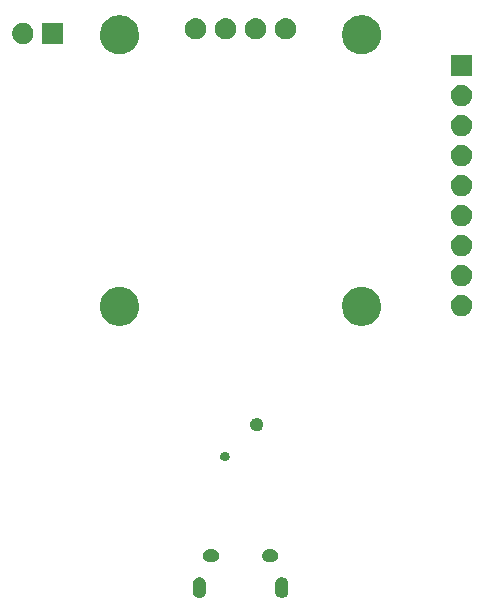
<source format=gbr>
G04 #@! TF.GenerationSoftware,KiCad,Pcbnew,(5.1.5-0-10_14)*
G04 #@! TF.CreationDate,2020-01-07T13:17:42-08:00*
G04 #@! TF.ProjectId,PARmeter,5041526d-6574-4657-922e-6b696361645f,rev?*
G04 #@! TF.SameCoordinates,Original*
G04 #@! TF.FileFunction,Soldermask,Bot*
G04 #@! TF.FilePolarity,Negative*
%FSLAX46Y46*%
G04 Gerber Fmt 4.6, Leading zero omitted, Abs format (unit mm)*
G04 Created by KiCad (PCBNEW (5.1.5-0-10_14)) date 2020-01-07 13:17:42*
%MOMM*%
%LPD*%
G04 APERTURE LIST*
%ADD10C,0.100000*%
G04 APERTURE END LIST*
D10*
G36*
X96608014Y-176531973D02*
G01*
X96711878Y-176563479D01*
X96755907Y-176587013D01*
X96807599Y-176614643D01*
X96807601Y-176614644D01*
X96807600Y-176614644D01*
X96891501Y-176683499D01*
X96960356Y-176767400D01*
X97011521Y-176863121D01*
X97043027Y-176966985D01*
X97051000Y-177047933D01*
X97051000Y-177752067D01*
X97043027Y-177833015D01*
X97011521Y-177936879D01*
X97011519Y-177936882D01*
X96960357Y-178032600D01*
X96891501Y-178116501D01*
X96807600Y-178185357D01*
X96739055Y-178221995D01*
X96711879Y-178236521D01*
X96608015Y-178268027D01*
X96500000Y-178278666D01*
X96391986Y-178268027D01*
X96288122Y-178236521D01*
X96260946Y-178221995D01*
X96192401Y-178185357D01*
X96108500Y-178116501D01*
X96039645Y-178032601D01*
X95988480Y-177936879D01*
X95956973Y-177833015D01*
X95949000Y-177752067D01*
X95949000Y-177047934D01*
X95956973Y-176966986D01*
X95988479Y-176863122D01*
X96039644Y-176767400D01*
X96108499Y-176683499D01*
X96192400Y-176614644D01*
X96192399Y-176614644D01*
X96192401Y-176614643D01*
X96244093Y-176587013D01*
X96288121Y-176563479D01*
X96391985Y-176531973D01*
X96500000Y-176521334D01*
X96608014Y-176531973D01*
G37*
G36*
X103608014Y-176531973D02*
G01*
X103711878Y-176563479D01*
X103755907Y-176587013D01*
X103807599Y-176614643D01*
X103807601Y-176614644D01*
X103807600Y-176614644D01*
X103891501Y-176683499D01*
X103960356Y-176767400D01*
X104011521Y-176863121D01*
X104043027Y-176966985D01*
X104051000Y-177047933D01*
X104051000Y-177752067D01*
X104043027Y-177833015D01*
X104011521Y-177936879D01*
X104011519Y-177936882D01*
X103960357Y-178032600D01*
X103891501Y-178116501D01*
X103807600Y-178185357D01*
X103739055Y-178221995D01*
X103711879Y-178236521D01*
X103608015Y-178268027D01*
X103500000Y-178278666D01*
X103391986Y-178268027D01*
X103288122Y-178236521D01*
X103260946Y-178221995D01*
X103192401Y-178185357D01*
X103108500Y-178116501D01*
X103039645Y-178032601D01*
X102988480Y-177936879D01*
X102956973Y-177833015D01*
X102949000Y-177752067D01*
X102949000Y-177047934D01*
X102956973Y-176966986D01*
X102988479Y-176863122D01*
X103039644Y-176767400D01*
X103108499Y-176683499D01*
X103192400Y-176614644D01*
X103192399Y-176614644D01*
X103192401Y-176614643D01*
X103244093Y-176587013D01*
X103288121Y-176563479D01*
X103391985Y-176531973D01*
X103500000Y-176521334D01*
X103608014Y-176531973D01*
G37*
G36*
X102753114Y-174181611D02*
G01*
X102852265Y-174211688D01*
X102943644Y-174260531D01*
X103023738Y-174326262D01*
X103089469Y-174406356D01*
X103138312Y-174497735D01*
X103168389Y-174596886D01*
X103178545Y-174700000D01*
X103168389Y-174803114D01*
X103138312Y-174902265D01*
X103089469Y-174993644D01*
X103023738Y-175073738D01*
X102943644Y-175139469D01*
X102852265Y-175188312D01*
X102753114Y-175218389D01*
X102675839Y-175226000D01*
X102324161Y-175226000D01*
X102246886Y-175218389D01*
X102147735Y-175188312D01*
X102056356Y-175139469D01*
X101976262Y-175073738D01*
X101910531Y-174993644D01*
X101861688Y-174902265D01*
X101831611Y-174803114D01*
X101821455Y-174700000D01*
X101831611Y-174596886D01*
X101861688Y-174497735D01*
X101910531Y-174406356D01*
X101976262Y-174326262D01*
X102056356Y-174260531D01*
X102147735Y-174211688D01*
X102246886Y-174181611D01*
X102324161Y-174174000D01*
X102675839Y-174174000D01*
X102753114Y-174181611D01*
G37*
G36*
X97753114Y-174181611D02*
G01*
X97852265Y-174211688D01*
X97943644Y-174260531D01*
X98023738Y-174326262D01*
X98089469Y-174406356D01*
X98138312Y-174497735D01*
X98168389Y-174596886D01*
X98178545Y-174700000D01*
X98168389Y-174803114D01*
X98138312Y-174902265D01*
X98089469Y-174993644D01*
X98023738Y-175073738D01*
X97943644Y-175139469D01*
X97852265Y-175188312D01*
X97753114Y-175218389D01*
X97675839Y-175226000D01*
X97324161Y-175226000D01*
X97246886Y-175218389D01*
X97147735Y-175188312D01*
X97056356Y-175139469D01*
X96976262Y-175073738D01*
X96910531Y-174993644D01*
X96861688Y-174902265D01*
X96831611Y-174803114D01*
X96821455Y-174700000D01*
X96831611Y-174596886D01*
X96861688Y-174497735D01*
X96910531Y-174406356D01*
X96976262Y-174326262D01*
X97056356Y-174260531D01*
X97147735Y-174211688D01*
X97246886Y-174181611D01*
X97324161Y-174174000D01*
X97675839Y-174174000D01*
X97753114Y-174181611D01*
G37*
G36*
X98752405Y-165903241D02*
G01*
X98791141Y-165910946D01*
X98821369Y-165923467D01*
X98864118Y-165941174D01*
X98929796Y-165985059D01*
X98985651Y-166040914D01*
X99029536Y-166106592D01*
X99059764Y-166179570D01*
X99075174Y-166257040D01*
X99075174Y-166336032D01*
X99059764Y-166413502D01*
X99029536Y-166486480D01*
X98985651Y-166552158D01*
X98929796Y-166608013D01*
X98864118Y-166651898D01*
X98821369Y-166669605D01*
X98791141Y-166682126D01*
X98752405Y-166689831D01*
X98713670Y-166697536D01*
X98634678Y-166697536D01*
X98595943Y-166689831D01*
X98557207Y-166682126D01*
X98526979Y-166669605D01*
X98484230Y-166651898D01*
X98418552Y-166608013D01*
X98362697Y-166552158D01*
X98318812Y-166486480D01*
X98288584Y-166413502D01*
X98273174Y-166336032D01*
X98273174Y-166257040D01*
X98288584Y-166179570D01*
X98318812Y-166106592D01*
X98362697Y-166040914D01*
X98418552Y-165985059D01*
X98484230Y-165941174D01*
X98526979Y-165923467D01*
X98557207Y-165910946D01*
X98595943Y-165903241D01*
X98634678Y-165895536D01*
X98713670Y-165895536D01*
X98752405Y-165903241D01*
G37*
G36*
X101521901Y-163079704D02*
G01*
X101622175Y-163121239D01*
X101622176Y-163121240D01*
X101712422Y-163181540D01*
X101789170Y-163258288D01*
X101789171Y-163258290D01*
X101849471Y-163348535D01*
X101891006Y-163448809D01*
X101912180Y-163555260D01*
X101912180Y-163663800D01*
X101891006Y-163770251D01*
X101849471Y-163870525D01*
X101849470Y-163870526D01*
X101789170Y-163960772D01*
X101712422Y-164037520D01*
X101666992Y-164067875D01*
X101622175Y-164097821D01*
X101521901Y-164139356D01*
X101415450Y-164160530D01*
X101306910Y-164160530D01*
X101200459Y-164139356D01*
X101100185Y-164097821D01*
X101055368Y-164067875D01*
X101009938Y-164037520D01*
X100933190Y-163960772D01*
X100872890Y-163870526D01*
X100872889Y-163870525D01*
X100831354Y-163770251D01*
X100810180Y-163663800D01*
X100810180Y-163555260D01*
X100831354Y-163448809D01*
X100872889Y-163348535D01*
X100933189Y-163258290D01*
X100933190Y-163258288D01*
X101009938Y-163181540D01*
X101100184Y-163121240D01*
X101100185Y-163121239D01*
X101200459Y-163079704D01*
X101306910Y-163058530D01*
X101415450Y-163058530D01*
X101521901Y-163079704D01*
G37*
G36*
X110625256Y-151991298D02*
G01*
X110731579Y-152012447D01*
X111032042Y-152136903D01*
X111302451Y-152317585D01*
X111532415Y-152547549D01*
X111713097Y-152817958D01*
X111827114Y-153093218D01*
X111837553Y-153118422D01*
X111901000Y-153437389D01*
X111901000Y-153762611D01*
X111864366Y-153946782D01*
X111837553Y-154081579D01*
X111713097Y-154382042D01*
X111532415Y-154652451D01*
X111302451Y-154882415D01*
X111032042Y-155063097D01*
X110731579Y-155187553D01*
X110625256Y-155208702D01*
X110412611Y-155251000D01*
X110087389Y-155251000D01*
X109874744Y-155208702D01*
X109768421Y-155187553D01*
X109467958Y-155063097D01*
X109197549Y-154882415D01*
X108967585Y-154652451D01*
X108786903Y-154382042D01*
X108662447Y-154081579D01*
X108635634Y-153946782D01*
X108599000Y-153762611D01*
X108599000Y-153437389D01*
X108662447Y-153118422D01*
X108672887Y-153093218D01*
X108786903Y-152817958D01*
X108967585Y-152547549D01*
X109197549Y-152317585D01*
X109467958Y-152136903D01*
X109768421Y-152012447D01*
X109874744Y-151991298D01*
X110087389Y-151949000D01*
X110412611Y-151949000D01*
X110625256Y-151991298D01*
G37*
G36*
X90125256Y-151991298D02*
G01*
X90231579Y-152012447D01*
X90532042Y-152136903D01*
X90802451Y-152317585D01*
X91032415Y-152547549D01*
X91213097Y-152817958D01*
X91327114Y-153093218D01*
X91337553Y-153118422D01*
X91401000Y-153437389D01*
X91401000Y-153762611D01*
X91364366Y-153946782D01*
X91337553Y-154081579D01*
X91213097Y-154382042D01*
X91032415Y-154652451D01*
X90802451Y-154882415D01*
X90532042Y-155063097D01*
X90231579Y-155187553D01*
X90125256Y-155208702D01*
X89912611Y-155251000D01*
X89587389Y-155251000D01*
X89374744Y-155208702D01*
X89268421Y-155187553D01*
X88967958Y-155063097D01*
X88697549Y-154882415D01*
X88467585Y-154652451D01*
X88286903Y-154382042D01*
X88162447Y-154081579D01*
X88135634Y-153946782D01*
X88099000Y-153762611D01*
X88099000Y-153437389D01*
X88162447Y-153118422D01*
X88172887Y-153093218D01*
X88286903Y-152817958D01*
X88467585Y-152547549D01*
X88697549Y-152317585D01*
X88967958Y-152136903D01*
X89268421Y-152012447D01*
X89374744Y-151991298D01*
X89587389Y-151949000D01*
X89912611Y-151949000D01*
X90125256Y-151991298D01*
G37*
G36*
X118813512Y-152623927D02*
G01*
X118962812Y-152653624D01*
X119126784Y-152721544D01*
X119274354Y-152820147D01*
X119399853Y-152945646D01*
X119498456Y-153093216D01*
X119566376Y-153257188D01*
X119601000Y-153431259D01*
X119601000Y-153608741D01*
X119566376Y-153782812D01*
X119498456Y-153946784D01*
X119399853Y-154094354D01*
X119274354Y-154219853D01*
X119126784Y-154318456D01*
X118962812Y-154386376D01*
X118813512Y-154416073D01*
X118788742Y-154421000D01*
X118611258Y-154421000D01*
X118586488Y-154416073D01*
X118437188Y-154386376D01*
X118273216Y-154318456D01*
X118125646Y-154219853D01*
X118000147Y-154094354D01*
X117901544Y-153946784D01*
X117833624Y-153782812D01*
X117799000Y-153608741D01*
X117799000Y-153431259D01*
X117833624Y-153257188D01*
X117901544Y-153093216D01*
X118000147Y-152945646D01*
X118125646Y-152820147D01*
X118273216Y-152721544D01*
X118437188Y-152653624D01*
X118586488Y-152623927D01*
X118611258Y-152619000D01*
X118788742Y-152619000D01*
X118813512Y-152623927D01*
G37*
G36*
X118813512Y-150083927D02*
G01*
X118962812Y-150113624D01*
X119126784Y-150181544D01*
X119274354Y-150280147D01*
X119399853Y-150405646D01*
X119498456Y-150553216D01*
X119566376Y-150717188D01*
X119601000Y-150891259D01*
X119601000Y-151068741D01*
X119566376Y-151242812D01*
X119498456Y-151406784D01*
X119399853Y-151554354D01*
X119274354Y-151679853D01*
X119126784Y-151778456D01*
X118962812Y-151846376D01*
X118813512Y-151876073D01*
X118788742Y-151881000D01*
X118611258Y-151881000D01*
X118586488Y-151876073D01*
X118437188Y-151846376D01*
X118273216Y-151778456D01*
X118125646Y-151679853D01*
X118000147Y-151554354D01*
X117901544Y-151406784D01*
X117833624Y-151242812D01*
X117799000Y-151068741D01*
X117799000Y-150891259D01*
X117833624Y-150717188D01*
X117901544Y-150553216D01*
X118000147Y-150405646D01*
X118125646Y-150280147D01*
X118273216Y-150181544D01*
X118437188Y-150113624D01*
X118586488Y-150083927D01*
X118611258Y-150079000D01*
X118788742Y-150079000D01*
X118813512Y-150083927D01*
G37*
G36*
X118813512Y-147543927D02*
G01*
X118962812Y-147573624D01*
X119126784Y-147641544D01*
X119274354Y-147740147D01*
X119399853Y-147865646D01*
X119498456Y-148013216D01*
X119566376Y-148177188D01*
X119601000Y-148351259D01*
X119601000Y-148528741D01*
X119566376Y-148702812D01*
X119498456Y-148866784D01*
X119399853Y-149014354D01*
X119274354Y-149139853D01*
X119126784Y-149238456D01*
X118962812Y-149306376D01*
X118813512Y-149336073D01*
X118788742Y-149341000D01*
X118611258Y-149341000D01*
X118586488Y-149336073D01*
X118437188Y-149306376D01*
X118273216Y-149238456D01*
X118125646Y-149139853D01*
X118000147Y-149014354D01*
X117901544Y-148866784D01*
X117833624Y-148702812D01*
X117799000Y-148528741D01*
X117799000Y-148351259D01*
X117833624Y-148177188D01*
X117901544Y-148013216D01*
X118000147Y-147865646D01*
X118125646Y-147740147D01*
X118273216Y-147641544D01*
X118437188Y-147573624D01*
X118586488Y-147543927D01*
X118611258Y-147539000D01*
X118788742Y-147539000D01*
X118813512Y-147543927D01*
G37*
G36*
X118813512Y-145003927D02*
G01*
X118962812Y-145033624D01*
X119126784Y-145101544D01*
X119274354Y-145200147D01*
X119399853Y-145325646D01*
X119498456Y-145473216D01*
X119566376Y-145637188D01*
X119601000Y-145811259D01*
X119601000Y-145988741D01*
X119566376Y-146162812D01*
X119498456Y-146326784D01*
X119399853Y-146474354D01*
X119274354Y-146599853D01*
X119126784Y-146698456D01*
X118962812Y-146766376D01*
X118813512Y-146796073D01*
X118788742Y-146801000D01*
X118611258Y-146801000D01*
X118586488Y-146796073D01*
X118437188Y-146766376D01*
X118273216Y-146698456D01*
X118125646Y-146599853D01*
X118000147Y-146474354D01*
X117901544Y-146326784D01*
X117833624Y-146162812D01*
X117799000Y-145988741D01*
X117799000Y-145811259D01*
X117833624Y-145637188D01*
X117901544Y-145473216D01*
X118000147Y-145325646D01*
X118125646Y-145200147D01*
X118273216Y-145101544D01*
X118437188Y-145033624D01*
X118586488Y-145003927D01*
X118611258Y-144999000D01*
X118788742Y-144999000D01*
X118813512Y-145003927D01*
G37*
G36*
X118813512Y-142463927D02*
G01*
X118962812Y-142493624D01*
X119126784Y-142561544D01*
X119274354Y-142660147D01*
X119399853Y-142785646D01*
X119498456Y-142933216D01*
X119566376Y-143097188D01*
X119601000Y-143271259D01*
X119601000Y-143448741D01*
X119566376Y-143622812D01*
X119498456Y-143786784D01*
X119399853Y-143934354D01*
X119274354Y-144059853D01*
X119126784Y-144158456D01*
X118962812Y-144226376D01*
X118813512Y-144256073D01*
X118788742Y-144261000D01*
X118611258Y-144261000D01*
X118586488Y-144256073D01*
X118437188Y-144226376D01*
X118273216Y-144158456D01*
X118125646Y-144059853D01*
X118000147Y-143934354D01*
X117901544Y-143786784D01*
X117833624Y-143622812D01*
X117799000Y-143448741D01*
X117799000Y-143271259D01*
X117833624Y-143097188D01*
X117901544Y-142933216D01*
X118000147Y-142785646D01*
X118125646Y-142660147D01*
X118273216Y-142561544D01*
X118437188Y-142493624D01*
X118586488Y-142463927D01*
X118611258Y-142459000D01*
X118788742Y-142459000D01*
X118813512Y-142463927D01*
G37*
G36*
X118813512Y-139923927D02*
G01*
X118962812Y-139953624D01*
X119126784Y-140021544D01*
X119274354Y-140120147D01*
X119399853Y-140245646D01*
X119498456Y-140393216D01*
X119566376Y-140557188D01*
X119601000Y-140731259D01*
X119601000Y-140908741D01*
X119566376Y-141082812D01*
X119498456Y-141246784D01*
X119399853Y-141394354D01*
X119274354Y-141519853D01*
X119126784Y-141618456D01*
X118962812Y-141686376D01*
X118813512Y-141716073D01*
X118788742Y-141721000D01*
X118611258Y-141721000D01*
X118586488Y-141716073D01*
X118437188Y-141686376D01*
X118273216Y-141618456D01*
X118125646Y-141519853D01*
X118000147Y-141394354D01*
X117901544Y-141246784D01*
X117833624Y-141082812D01*
X117799000Y-140908741D01*
X117799000Y-140731259D01*
X117833624Y-140557188D01*
X117901544Y-140393216D01*
X118000147Y-140245646D01*
X118125646Y-140120147D01*
X118273216Y-140021544D01*
X118437188Y-139953624D01*
X118586488Y-139923927D01*
X118611258Y-139919000D01*
X118788742Y-139919000D01*
X118813512Y-139923927D01*
G37*
G36*
X118813512Y-137383927D02*
G01*
X118962812Y-137413624D01*
X119126784Y-137481544D01*
X119274354Y-137580147D01*
X119399853Y-137705646D01*
X119498456Y-137853216D01*
X119566376Y-138017188D01*
X119601000Y-138191259D01*
X119601000Y-138368741D01*
X119566376Y-138542812D01*
X119498456Y-138706784D01*
X119399853Y-138854354D01*
X119274354Y-138979853D01*
X119126784Y-139078456D01*
X118962812Y-139146376D01*
X118813512Y-139176073D01*
X118788742Y-139181000D01*
X118611258Y-139181000D01*
X118586488Y-139176073D01*
X118437188Y-139146376D01*
X118273216Y-139078456D01*
X118125646Y-138979853D01*
X118000147Y-138854354D01*
X117901544Y-138706784D01*
X117833624Y-138542812D01*
X117799000Y-138368741D01*
X117799000Y-138191259D01*
X117833624Y-138017188D01*
X117901544Y-137853216D01*
X118000147Y-137705646D01*
X118125646Y-137580147D01*
X118273216Y-137481544D01*
X118437188Y-137413624D01*
X118586488Y-137383927D01*
X118611258Y-137379000D01*
X118788742Y-137379000D01*
X118813512Y-137383927D01*
G37*
G36*
X118813512Y-134843927D02*
G01*
X118962812Y-134873624D01*
X119126784Y-134941544D01*
X119274354Y-135040147D01*
X119399853Y-135165646D01*
X119498456Y-135313216D01*
X119566376Y-135477188D01*
X119601000Y-135651259D01*
X119601000Y-135828741D01*
X119566376Y-136002812D01*
X119498456Y-136166784D01*
X119399853Y-136314354D01*
X119274354Y-136439853D01*
X119126784Y-136538456D01*
X118962812Y-136606376D01*
X118813512Y-136636073D01*
X118788742Y-136641000D01*
X118611258Y-136641000D01*
X118586488Y-136636073D01*
X118437188Y-136606376D01*
X118273216Y-136538456D01*
X118125646Y-136439853D01*
X118000147Y-136314354D01*
X117901544Y-136166784D01*
X117833624Y-136002812D01*
X117799000Y-135828741D01*
X117799000Y-135651259D01*
X117833624Y-135477188D01*
X117901544Y-135313216D01*
X118000147Y-135165646D01*
X118125646Y-135040147D01*
X118273216Y-134941544D01*
X118437188Y-134873624D01*
X118586488Y-134843927D01*
X118611258Y-134839000D01*
X118788742Y-134839000D01*
X118813512Y-134843927D01*
G37*
G36*
X119601000Y-134101000D02*
G01*
X117799000Y-134101000D01*
X117799000Y-132299000D01*
X119601000Y-132299000D01*
X119601000Y-134101000D01*
G37*
G36*
X110625256Y-128991298D02*
G01*
X110731579Y-129012447D01*
X111032042Y-129136903D01*
X111302451Y-129317585D01*
X111532415Y-129547549D01*
X111713097Y-129817958D01*
X111837553Y-130118421D01*
X111851541Y-130188742D01*
X111901000Y-130437389D01*
X111901000Y-130762611D01*
X111868344Y-130926782D01*
X111837553Y-131081579D01*
X111788562Y-131199853D01*
X111719587Y-131366375D01*
X111713097Y-131382042D01*
X111532415Y-131652451D01*
X111302451Y-131882415D01*
X111032042Y-132063097D01*
X110731579Y-132187553D01*
X110625256Y-132208702D01*
X110412611Y-132251000D01*
X110087389Y-132251000D01*
X109874744Y-132208702D01*
X109768421Y-132187553D01*
X109467958Y-132063097D01*
X109197549Y-131882415D01*
X108967585Y-131652451D01*
X108786903Y-131382042D01*
X108780414Y-131366375D01*
X108711438Y-131199853D01*
X108662447Y-131081579D01*
X108631656Y-130926782D01*
X108599000Y-130762611D01*
X108599000Y-130437389D01*
X108648459Y-130188742D01*
X108662447Y-130118421D01*
X108786903Y-129817958D01*
X108967585Y-129547549D01*
X109197549Y-129317585D01*
X109467958Y-129136903D01*
X109768421Y-129012447D01*
X109874744Y-128991298D01*
X110087389Y-128949000D01*
X110412611Y-128949000D01*
X110625256Y-128991298D01*
G37*
G36*
X90125256Y-128991298D02*
G01*
X90231579Y-129012447D01*
X90532042Y-129136903D01*
X90802451Y-129317585D01*
X91032415Y-129547549D01*
X91213097Y-129817958D01*
X91337553Y-130118421D01*
X91351541Y-130188742D01*
X91401000Y-130437389D01*
X91401000Y-130762611D01*
X91368344Y-130926782D01*
X91337553Y-131081579D01*
X91288562Y-131199853D01*
X91219587Y-131366375D01*
X91213097Y-131382042D01*
X91032415Y-131652451D01*
X90802451Y-131882415D01*
X90532042Y-132063097D01*
X90231579Y-132187553D01*
X90125256Y-132208702D01*
X89912611Y-132251000D01*
X89587389Y-132251000D01*
X89374744Y-132208702D01*
X89268421Y-132187553D01*
X88967958Y-132063097D01*
X88697549Y-131882415D01*
X88467585Y-131652451D01*
X88286903Y-131382042D01*
X88280414Y-131366375D01*
X88211438Y-131199853D01*
X88162447Y-131081579D01*
X88131656Y-130926782D01*
X88099000Y-130762611D01*
X88099000Y-130437389D01*
X88148459Y-130188742D01*
X88162447Y-130118421D01*
X88286903Y-129817958D01*
X88467585Y-129547549D01*
X88697549Y-129317585D01*
X88967958Y-129136903D01*
X89268421Y-129012447D01*
X89374744Y-128991298D01*
X89587389Y-128949000D01*
X89912611Y-128949000D01*
X90125256Y-128991298D01*
G37*
G36*
X81673512Y-129603927D02*
G01*
X81822812Y-129633624D01*
X81986784Y-129701544D01*
X82134354Y-129800147D01*
X82259853Y-129925646D01*
X82358456Y-130073216D01*
X82426376Y-130237188D01*
X82461000Y-130411259D01*
X82461000Y-130588741D01*
X82426376Y-130762812D01*
X82358456Y-130926784D01*
X82259853Y-131074354D01*
X82134354Y-131199853D01*
X81986784Y-131298456D01*
X81822812Y-131366376D01*
X81673512Y-131396073D01*
X81648742Y-131401000D01*
X81471258Y-131401000D01*
X81446488Y-131396073D01*
X81297188Y-131366376D01*
X81133216Y-131298456D01*
X80985646Y-131199853D01*
X80860147Y-131074354D01*
X80761544Y-130926784D01*
X80693624Y-130762812D01*
X80659000Y-130588741D01*
X80659000Y-130411259D01*
X80693624Y-130237188D01*
X80761544Y-130073216D01*
X80860147Y-129925646D01*
X80985646Y-129800147D01*
X81133216Y-129701544D01*
X81297188Y-129633624D01*
X81446488Y-129603927D01*
X81471258Y-129599000D01*
X81648742Y-129599000D01*
X81673512Y-129603927D01*
G37*
G36*
X85001000Y-131401000D02*
G01*
X83199000Y-131401000D01*
X83199000Y-129599000D01*
X85001000Y-129599000D01*
X85001000Y-131401000D01*
G37*
G36*
X103923512Y-129203927D02*
G01*
X104072812Y-129233624D01*
X104236784Y-129301544D01*
X104384354Y-129400147D01*
X104509853Y-129525646D01*
X104608456Y-129673216D01*
X104676376Y-129837188D01*
X104711000Y-130011259D01*
X104711000Y-130188741D01*
X104676376Y-130362812D01*
X104608456Y-130526784D01*
X104509853Y-130674354D01*
X104384354Y-130799853D01*
X104236784Y-130898456D01*
X104072812Y-130966376D01*
X103923512Y-130996073D01*
X103898742Y-131001000D01*
X103721258Y-131001000D01*
X103696488Y-130996073D01*
X103547188Y-130966376D01*
X103383216Y-130898456D01*
X103235646Y-130799853D01*
X103110147Y-130674354D01*
X103011544Y-130526784D01*
X102943624Y-130362812D01*
X102909000Y-130188741D01*
X102909000Y-130011259D01*
X102943624Y-129837188D01*
X103011544Y-129673216D01*
X103110147Y-129525646D01*
X103235646Y-129400147D01*
X103383216Y-129301544D01*
X103547188Y-129233624D01*
X103696488Y-129203927D01*
X103721258Y-129199000D01*
X103898742Y-129199000D01*
X103923512Y-129203927D01*
G37*
G36*
X101383512Y-129203927D02*
G01*
X101532812Y-129233624D01*
X101696784Y-129301544D01*
X101844354Y-129400147D01*
X101969853Y-129525646D01*
X102068456Y-129673216D01*
X102136376Y-129837188D01*
X102171000Y-130011259D01*
X102171000Y-130188741D01*
X102136376Y-130362812D01*
X102068456Y-130526784D01*
X101969853Y-130674354D01*
X101844354Y-130799853D01*
X101696784Y-130898456D01*
X101532812Y-130966376D01*
X101383512Y-130996073D01*
X101358742Y-131001000D01*
X101181258Y-131001000D01*
X101156488Y-130996073D01*
X101007188Y-130966376D01*
X100843216Y-130898456D01*
X100695646Y-130799853D01*
X100570147Y-130674354D01*
X100471544Y-130526784D01*
X100403624Y-130362812D01*
X100369000Y-130188741D01*
X100369000Y-130011259D01*
X100403624Y-129837188D01*
X100471544Y-129673216D01*
X100570147Y-129525646D01*
X100695646Y-129400147D01*
X100843216Y-129301544D01*
X101007188Y-129233624D01*
X101156488Y-129203927D01*
X101181258Y-129199000D01*
X101358742Y-129199000D01*
X101383512Y-129203927D01*
G37*
G36*
X98843512Y-129203927D02*
G01*
X98992812Y-129233624D01*
X99156784Y-129301544D01*
X99304354Y-129400147D01*
X99429853Y-129525646D01*
X99528456Y-129673216D01*
X99596376Y-129837188D01*
X99631000Y-130011259D01*
X99631000Y-130188741D01*
X99596376Y-130362812D01*
X99528456Y-130526784D01*
X99429853Y-130674354D01*
X99304354Y-130799853D01*
X99156784Y-130898456D01*
X98992812Y-130966376D01*
X98843512Y-130996073D01*
X98818742Y-131001000D01*
X98641258Y-131001000D01*
X98616488Y-130996073D01*
X98467188Y-130966376D01*
X98303216Y-130898456D01*
X98155646Y-130799853D01*
X98030147Y-130674354D01*
X97931544Y-130526784D01*
X97863624Y-130362812D01*
X97829000Y-130188741D01*
X97829000Y-130011259D01*
X97863624Y-129837188D01*
X97931544Y-129673216D01*
X98030147Y-129525646D01*
X98155646Y-129400147D01*
X98303216Y-129301544D01*
X98467188Y-129233624D01*
X98616488Y-129203927D01*
X98641258Y-129199000D01*
X98818742Y-129199000D01*
X98843512Y-129203927D01*
G37*
G36*
X96303512Y-129203927D02*
G01*
X96452812Y-129233624D01*
X96616784Y-129301544D01*
X96764354Y-129400147D01*
X96889853Y-129525646D01*
X96988456Y-129673216D01*
X97056376Y-129837188D01*
X97091000Y-130011259D01*
X97091000Y-130188741D01*
X97056376Y-130362812D01*
X96988456Y-130526784D01*
X96889853Y-130674354D01*
X96764354Y-130799853D01*
X96616784Y-130898456D01*
X96452812Y-130966376D01*
X96303512Y-130996073D01*
X96278742Y-131001000D01*
X96101258Y-131001000D01*
X96076488Y-130996073D01*
X95927188Y-130966376D01*
X95763216Y-130898456D01*
X95615646Y-130799853D01*
X95490147Y-130674354D01*
X95391544Y-130526784D01*
X95323624Y-130362812D01*
X95289000Y-130188741D01*
X95289000Y-130011259D01*
X95323624Y-129837188D01*
X95391544Y-129673216D01*
X95490147Y-129525646D01*
X95615646Y-129400147D01*
X95763216Y-129301544D01*
X95927188Y-129233624D01*
X96076488Y-129203927D01*
X96101258Y-129199000D01*
X96278742Y-129199000D01*
X96303512Y-129203927D01*
G37*
M02*

</source>
